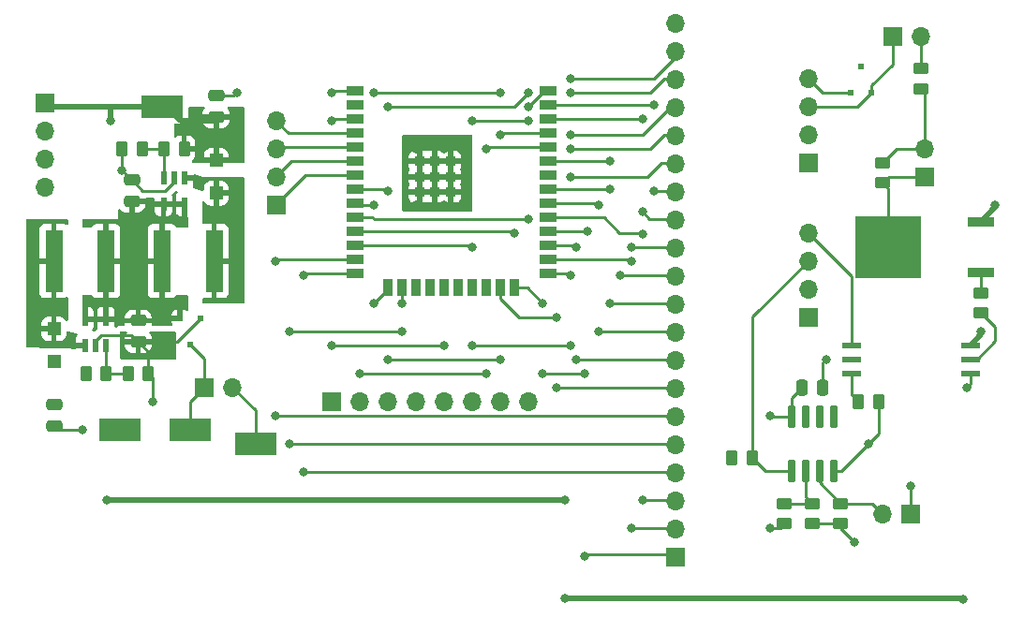
<source format=gbr>
%TF.GenerationSoftware,KiCad,Pcbnew,7.0.7*%
%TF.CreationDate,2023-09-28T17:42:14-05:00*%
%TF.ProjectId,CatLasers,4361744c-6173-4657-9273-2e6b69636164,rev?*%
%TF.SameCoordinates,Original*%
%TF.FileFunction,Copper,L1,Top*%
%TF.FilePolarity,Positive*%
%FSLAX46Y46*%
G04 Gerber Fmt 4.6, Leading zero omitted, Abs format (unit mm)*
G04 Created by KiCad (PCBNEW 7.0.7) date 2023-09-28 17:42:14*
%MOMM*%
%LPD*%
G01*
G04 APERTURE LIST*
G04 Aperture macros list*
%AMRoundRect*
0 Rectangle with rounded corners*
0 $1 Rounding radius*
0 $2 $3 $4 $5 $6 $7 $8 $9 X,Y pos of 4 corners*
0 Add a 4 corners polygon primitive as box body*
4,1,4,$2,$3,$4,$5,$6,$7,$8,$9,$2,$3,0*
0 Add four circle primitives for the rounded corners*
1,1,$1+$1,$2,$3*
1,1,$1+$1,$4,$5*
1,1,$1+$1,$6,$7*
1,1,$1+$1,$8,$9*
0 Add four rect primitives between the rounded corners*
20,1,$1+$1,$2,$3,$4,$5,0*
20,1,$1+$1,$4,$5,$6,$7,0*
20,1,$1+$1,$6,$7,$8,$9,0*
20,1,$1+$1,$8,$9,$2,$3,0*%
G04 Aperture macros list end*
%TA.AperFunction,SMDPad,CuDef*%
%ADD10R,1.500000X0.900000*%
%TD*%
%TA.AperFunction,SMDPad,CuDef*%
%ADD11R,0.900000X1.500000*%
%TD*%
%TA.AperFunction,SMDPad,CuDef*%
%ADD12R,0.900000X0.900000*%
%TD*%
%TA.AperFunction,SMDPad,CuDef*%
%ADD13R,1.701800X0.558800*%
%TD*%
%TA.AperFunction,ComponentPad*%
%ADD14R,1.700000X1.700000*%
%TD*%
%TA.AperFunction,ComponentPad*%
%ADD15O,1.700000X1.700000*%
%TD*%
%TA.AperFunction,SMDPad,CuDef*%
%ADD16R,3.800000X2.030000*%
%TD*%
%TA.AperFunction,SMDPad,CuDef*%
%ADD17RoundRect,0.183000X-0.427000X0.437000X-0.427000X-0.437000X0.427000X-0.437000X0.427000X0.437000X0*%
%TD*%
%TA.AperFunction,SMDPad,CuDef*%
%ADD18RoundRect,0.042000X0.258000X-0.943000X0.258000X0.943000X-0.258000X0.943000X-0.258000X-0.943000X0*%
%TD*%
%TA.AperFunction,SMDPad,CuDef*%
%ADD19R,2.413000X0.939800*%
%TD*%
%TA.AperFunction,SMDPad,CuDef*%
%ADD20R,6.019800X5.562600*%
%TD*%
%TA.AperFunction,SMDPad,CuDef*%
%ADD21RoundRect,0.041300X0.253700X-0.578700X0.253700X0.578700X-0.253700X0.578700X-0.253700X-0.578700X0*%
%TD*%
%TA.AperFunction,SMDPad,CuDef*%
%ADD22RoundRect,0.041300X-0.253700X0.578700X-0.253700X-0.578700X0.253700X-0.578700X0.253700X0.578700X0*%
%TD*%
%TA.AperFunction,SMDPad,CuDef*%
%ADD23RoundRect,0.250000X-0.450000X0.262500X-0.450000X-0.262500X0.450000X-0.262500X0.450000X0.262500X0*%
%TD*%
%TA.AperFunction,SMDPad,CuDef*%
%ADD24RoundRect,0.250000X0.450000X-0.262500X0.450000X0.262500X-0.450000X0.262500X-0.450000X-0.262500X0*%
%TD*%
%TA.AperFunction,SMDPad,CuDef*%
%ADD25RoundRect,0.250000X-0.262500X-0.450000X0.262500X-0.450000X0.262500X0.450000X-0.262500X0.450000X0*%
%TD*%
%TA.AperFunction,SMDPad,CuDef*%
%ADD26RoundRect,0.250000X0.262500X0.450000X-0.262500X0.450000X-0.262500X-0.450000X0.262500X-0.450000X0*%
%TD*%
%TA.AperFunction,SMDPad,CuDef*%
%ADD27R,0.508000X0.508000*%
%TD*%
%TA.AperFunction,SMDPad,CuDef*%
%ADD28R,1.600200X5.689600*%
%TD*%
%TA.AperFunction,SMDPad,CuDef*%
%ADD29RoundRect,0.250000X-0.250000X-0.475000X0.250000X-0.475000X0.250000X0.475000X-0.250000X0.475000X0*%
%TD*%
%TA.AperFunction,SMDPad,CuDef*%
%ADD30RoundRect,0.250000X0.475000X-0.250000X0.475000X0.250000X-0.475000X0.250000X-0.475000X-0.250000X0*%
%TD*%
%TA.AperFunction,ViaPad*%
%ADD31C,0.800000*%
%TD*%
%TA.AperFunction,Conductor*%
%ADD32C,0.500000*%
%TD*%
%TA.AperFunction,Conductor*%
%ADD33C,0.250000*%
%TD*%
G04 APERTURE END LIST*
D10*
%TO.P,U2,1,GND*%
%TO.N,GND*%
X76975000Y-29105000D03*
%TO.P,U2,2,3V3*%
%TO.N,3.3V*%
X76975000Y-30375000D03*
%TO.P,U2,3,EN*%
%TO.N,Net-(J2-Pin_5)*%
X76975000Y-31645000D03*
%TO.P,U2,4,SENSOR_VP*%
%TO.N,Net-(J3-Pin_4)*%
X76975000Y-32915000D03*
%TO.P,U2,5,SENSOR_VN*%
%TO.N,Net-(J3-Pin_3)*%
X76975000Y-34185000D03*
%TO.P,U2,6,IO34*%
%TO.N,Net-(J3-Pin_2)*%
X76975000Y-35455000D03*
%TO.P,U2,7,IO35*%
%TO.N,Net-(J3-Pin_1)*%
X76975000Y-36725000D03*
%TO.P,U2,8,IO32*%
%TO.N,Net-(J5-Pin_18)*%
X76975000Y-37995000D03*
%TO.P,U2,9,IO33*%
%TO.N,Net-(J5-Pin_19)*%
X76975000Y-39265000D03*
%TO.P,U2,10,IO25*%
%TO.N,Net-(J5-Pin_15)*%
X76975000Y-40535000D03*
%TO.P,U2,11,IO26*%
%TO.N,Net-(J5-Pin_16)*%
X76975000Y-41805000D03*
%TO.P,U2,12,IO27*%
%TO.N,Net-(J5-Pin_17)*%
X76975000Y-43075000D03*
%TO.P,U2,13,IO14*%
%TO.N,Net-(J5-Pin_6)*%
X76975000Y-44345000D03*
%TO.P,U2,14,IO12*%
%TO.N,Net-(J5-Pin_4)*%
X76975000Y-45615000D03*
D11*
%TO.P,U2,15,GND*%
%TO.N,GND*%
X80010000Y-46865000D03*
%TO.P,U2,16,IO13*%
%TO.N,Net-(J5-Pin_5)*%
X81280000Y-46865000D03*
%TO.P,U2,17,NC*%
%TO.N,unconnected-(U2-NC-Pad17)*%
X82550000Y-46865000D03*
%TO.P,U2,18,NC*%
%TO.N,unconnected-(U2-NC-Pad18)*%
X83820000Y-46865000D03*
%TO.P,U2,19,NC*%
%TO.N,unconnected-(U2-NC-Pad19)*%
X85090000Y-46865000D03*
%TO.P,U2,20,NC*%
%TO.N,unconnected-(U2-NC-Pad20)*%
X86360000Y-46865000D03*
%TO.P,U2,21,NC*%
%TO.N,unconnected-(U2-NC-Pad21)*%
X87630000Y-46865000D03*
%TO.P,U2,22,NC*%
%TO.N,unconnected-(U2-NC-Pad22)*%
X88900000Y-46865000D03*
%TO.P,U2,23,IO15*%
%TO.N,Net-(J5-Pin_7)*%
X90170000Y-46865000D03*
%TO.P,U2,24,IO2*%
%TO.N,Net-(J5-Pin_1)*%
X91440000Y-46865000D03*
D10*
%TO.P,U2,25,IO0*%
%TO.N,Net-(J2-Pin_6)*%
X94475000Y-45615000D03*
%TO.P,U2,26,IO4*%
%TO.N,Net-(J5-Pin_2)*%
X94475000Y-44345000D03*
%TO.P,U2,27,IO16*%
%TO.N,Net-(J5-Pin_8)*%
X94475000Y-43075000D03*
%TO.P,U2,28,IO17*%
%TO.N,Net-(J5-Pin_9)*%
X94475000Y-41805000D03*
%TO.P,U2,29,IO5*%
%TO.N,Net-(J5-Pin_3)*%
X94475000Y-40535000D03*
%TO.P,U2,30,IO18*%
%TO.N,Net-(J5-Pin_10)*%
X94475000Y-39265000D03*
%TO.P,U2,31,IO19*%
%TO.N,Net-(J5-Pin_11)*%
X94475000Y-37995000D03*
%TO.P,U2,32,NC1*%
%TO.N,unconnected-(U2-NC1-Pad32)*%
X94475000Y-36725000D03*
%TO.P,U2,33,IO21*%
%TO.N,Net-(J5-Pin_12)*%
X94475000Y-35455000D03*
%TO.P,U2,34,RXD0*%
%TO.N,Net-(J2-Pin_2)*%
X94475000Y-34185000D03*
%TO.P,U2,35,TXD0*%
%TO.N,Net-(J2-Pin_3)*%
X94475000Y-32915000D03*
%TO.P,U2,36,IO22*%
%TO.N,Net-(J5-Pin_13)*%
X94475000Y-31645000D03*
%TO.P,U2,37,IO23*%
%TO.N,Net-(J5-Pin_14)*%
X94475000Y-30375000D03*
%TO.P,U2,38,GND*%
%TO.N,GND*%
X94475000Y-29105000D03*
D12*
%TO.P,U2,39_1,GND*%
X82825000Y-35425000D03*
%TO.P,U2,39_2,GND*%
X84225000Y-35425000D03*
%TO.P,U2,39_3,GND*%
X85625000Y-35425000D03*
%TO.P,U2,39_4,GND*%
X82825000Y-36825000D03*
%TO.P,U2,39_5,GND*%
X84225000Y-36825000D03*
%TO.P,U2,39_6,GND*%
X85625000Y-36825000D03*
%TO.P,U2,39_7,GND*%
X82825000Y-38225000D03*
%TO.P,U2,39_8,GND*%
X84225000Y-38225000D03*
%TO.P,U2,39_9,GND*%
X85625000Y-38225000D03*
%TD*%
D13*
%TO.P,U4,1,ANODE*%
%TO.N,/Buzzer/PWM*%
X121855200Y-52070000D03*
%TO.P,U4,2,NC*%
%TO.N,unconnected-(U4-NC-Pad2)*%
X121855200Y-53340000D03*
%TO.P,U4,3,CATHODE*%
%TO.N,Net-(U4-CATHODE)*%
X121855200Y-54610000D03*
%TO.P,U4,4,VEE*%
%TO.N,GND*%
X132624800Y-54610000D03*
%TO.P,U4,5,VOUT*%
%TO.N,Net-(U4-VOUT)*%
X132624800Y-53340000D03*
%TO.P,U4,6,VCC*%
%TO.N,18V*%
X132624800Y-52070000D03*
%TD*%
D14*
%TO.P,J9,1,Pin_1*%
%TO.N,unconnected-(J9-Pin_1-Pad1)*%
X117957500Y-49525000D03*
D15*
%TO.P,J9,2,Pin_2*%
%TO.N,unconnected-(J9-Pin_2-Pad2)*%
X117957500Y-46985000D03*
%TO.P,J9,3,Pin_3*%
%TO.N,/IR Emitter + Receiver/Rec_out*%
X117957500Y-44445000D03*
%TO.P,J9,4,Pin_4*%
%TO.N,/Buzzer/PWM*%
X117957500Y-41905000D03*
%TD*%
D16*
%TO.P,VBatt,TP*%
%TO.N,/PowerSupply/VBatt*%
X62110500Y-59690000D03*
%TD*%
%TO.P,3.3V,TP,1*%
%TO.N,3.3V*%
X55760500Y-59690000D03*
%TD*%
%TO.P,GND,TP,1*%
%TO.N,GND*%
X68000000Y-61000000D03*
%TD*%
%TO.P,18V,TP,1*%
%TO.N,18V*%
X59570500Y-30480000D03*
%TD*%
D17*
%TO.P,D2,2,A*%
%TO.N,/PowerSupply/SW_3.3*%
X49791500Y-50580000D03*
%TO.P,D2,1,K*%
%TO.N,3.3V*%
X49791500Y-53560000D03*
%TD*%
%TO.P,D1,1,A*%
%TO.N,/PowerSupply/SW_18*%
X64460000Y-38320000D03*
%TO.P,D1,2,C*%
%TO.N,18V*%
X64460000Y-35340000D03*
%TD*%
D18*
%TO.P,U6,1,1OUT*%
%TO.N,/IR Emitter + Receiver/Rec_out*%
X116445000Y-63430000D03*
%TO.P,U6,2,1IN-*%
%TO.N,/IR Emitter + Receiver/Vref*%
X117715000Y-63430000D03*
%TO.P,U6,3,1IN+*%
%TO.N,/IR Emitter + Receiver/Vrec*%
X118985000Y-63430000D03*
%TO.P,U6,4,GND*%
%TO.N,GND*%
X120255000Y-63430000D03*
%TO.P,U6,5,2IN+*%
%TO.N,unconnected-(U6-2IN+-Pad5)*%
X120255000Y-58490000D03*
%TO.P,U6,6,2IN-*%
%TO.N,unconnected-(U6-2IN--Pad6)*%
X118985000Y-58490000D03*
%TO.P,U6,7,2OUT*%
%TO.N,unconnected-(U6-2OUT-Pad7)*%
X117715000Y-58490000D03*
%TO.P,U6,8,VCC*%
%TO.N,/IR Emitter + Receiver/Vsup*%
X116445000Y-58490000D03*
%TD*%
D19*
%TO.P,U5,1,Gate*%
%TO.N,Net-(U5-Gate)*%
X133577300Y-45480000D03*
%TO.P,U5,3,Source*%
%TO.N,18V*%
X133577300Y-40880000D03*
D20*
%TO.P,U5,2,Drain*%
%TO.N,Net-(J1-Pin_1)*%
X125220700Y-43180000D03*
%TD*%
D21*
%TO.P,U3,5,VIN*%
%TO.N,/PowerSupply/Vin*%
X52590500Y-49700000D03*
%TO.P,U3,4,EN*%
X54490500Y-49700000D03*
%TO.P,U3,3,FB*%
%TO.N,/PowerSupply/FB_3.3*%
X54490500Y-52070000D03*
%TO.P,U3,2,GND*%
%TO.N,GND*%
X53540500Y-52070000D03*
%TO.P,U3,1,SW*%
%TO.N,/PowerSupply/SW_3.3*%
X52590500Y-52070000D03*
%TD*%
D22*
%TO.P,U1,1,SW*%
%TO.N,/PowerSupply/SW_18*%
X61600000Y-36915000D03*
%TO.P,U1,2,GND*%
%TO.N,GND*%
X60650000Y-36915000D03*
%TO.P,U1,3,FB*%
%TO.N,/PowerSupply/FB_18*%
X59700000Y-36915000D03*
%TO.P,U1,4,EN*%
%TO.N,/PowerSupply/Vin*%
X59700000Y-39285000D03*
%TO.P,U1,5,VIN*%
X61600000Y-39285000D03*
%TD*%
D23*
%TO.P,R12,1*%
%TO.N,/IR Emitter + Receiver/Vref*%
X118350000Y-66397500D03*
%TO.P,R12,2*%
%TO.N,GND*%
X118350000Y-68222500D03*
%TD*%
D24*
%TO.P,R11,1*%
%TO.N,/IR Emitter + Receiver/Vsup*%
X115810000Y-68222500D03*
%TO.P,R11,2*%
%TO.N,/IR Emitter + Receiver/Vref*%
X115810000Y-66397500D03*
%TD*%
D25*
%TO.P,R10,1*%
%TO.N,3.3V*%
X111087500Y-62230000D03*
%TO.P,R10,2*%
%TO.N,/IR Emitter + Receiver/Rec_out*%
X112912500Y-62230000D03*
%TD*%
D23*
%TO.P,R9,1*%
%TO.N,/IR Emitter + Receiver/Vrec*%
X120890000Y-66397500D03*
%TO.P,R9,2*%
%TO.N,GND*%
X120890000Y-68222500D03*
%TD*%
%TO.P,R8,1*%
%TO.N,Net-(J6-Pin_2)*%
X128117500Y-27032500D03*
%TO.P,R8,2*%
%TO.N,GND*%
X128117500Y-28857500D03*
%TD*%
D25*
%TO.P,R7,1*%
%TO.N,Net-(U4-CATHODE)*%
X122517500Y-57150000D03*
%TO.P,R7,2*%
%TO.N,GND*%
X124342500Y-57150000D03*
%TD*%
D24*
%TO.P,R6,1*%
%TO.N,Net-(U4-VOUT)*%
X133590000Y-49172500D03*
%TO.P,R6,2*%
%TO.N,Net-(U5-Gate)*%
X133590000Y-47347500D03*
%TD*%
%TO.P,R5,1*%
%TO.N,Net-(J1-Pin_1)*%
X124700000Y-37385000D03*
%TO.P,R5,2*%
%TO.N,GND*%
X124700000Y-35560000D03*
%TD*%
D26*
%TO.P,R4,2*%
%TO.N,/PowerSupply/FB_3.3*%
X56499000Y-54610000D03*
%TO.P,R4,1*%
%TO.N,GND*%
X58324000Y-54610000D03*
%TD*%
%TO.P,R3,1*%
%TO.N,/PowerSupply/FB_18*%
X57752500Y-34290000D03*
%TO.P,R3,2*%
%TO.N,GND*%
X55927500Y-34290000D03*
%TD*%
%TO.P,R2,1*%
%TO.N,18V*%
X61562500Y-34290000D03*
%TO.P,R2,2*%
%TO.N,/PowerSupply/FB_18*%
X59737500Y-34290000D03*
%TD*%
%TO.P,R1,2*%
%TO.N,3.3V*%
X52689000Y-54610000D03*
%TO.P,R1,1*%
%TO.N,/PowerSupply/FB_3.3*%
X54514000Y-54610000D03*
%TD*%
D27*
%TO.P,FET2,1,1*%
%TO.N,GND*%
X63060501Y-49606200D03*
%TO.P,FET2,2,2*%
%TO.N,/PowerSupply/Vin*%
X61160499Y-49606200D03*
%TO.P,FET2,3,3*%
%TO.N,/PowerSupply/VBatt*%
X62110500Y-51993800D03*
%TD*%
%TO.P,FET1,1,1*%
%TO.N,/IR Emitter + Receiver/Emit_MOS*%
X121767500Y-29215000D03*
%TO.P,FET1,2,2*%
%TO.N,/IR Emitter + Receiver/Emit_Direct*%
X123667502Y-29215000D03*
%TO.P,FET1,3,3*%
%TO.N,3.3V*%
X122717501Y-26827400D03*
%TD*%
D28*
%TO.P,L2,1,1*%
%TO.N,/PowerSupply/Vin*%
X54490500Y-44450000D03*
%TO.P,L2,2,2*%
%TO.N,/PowerSupply/SW_3.3*%
X49791500Y-44450000D03*
%TD*%
%TO.P,L1,2,2*%
%TO.N,/PowerSupply/SW_18*%
X64269500Y-44450000D03*
%TO.P,L1,1,1*%
%TO.N,/PowerSupply/Vin*%
X59570500Y-44450000D03*
%TD*%
D15*
%TO.P,J8,2,Pin_2*%
%TO.N,/IR Emitter + Receiver/Vrec*%
X124700000Y-67310000D03*
D14*
%TO.P,J8,1,Pin_1*%
%TO.N,/IR Emitter + Receiver/RecSup*%
X127240000Y-67310000D03*
%TD*%
%TO.P,J7,1,Pin_1*%
%TO.N,18V*%
X49000000Y-30200000D03*
D15*
%TO.P,J7,2,Pin_2*%
%TO.N,3.3V*%
X49000000Y-32740000D03*
%TO.P,J7,3,Pin_3*%
%TO.N,GND*%
X49000000Y-35280000D03*
%TO.P,J7,4,Pin_4*%
X49000000Y-37820000D03*
%TD*%
D14*
%TO.P,J6,1,Pin_1*%
%TO.N,/IR Emitter + Receiver/Emit_Direct*%
X125577500Y-24135000D03*
D15*
%TO.P,J6,2,Pin_2*%
%TO.N,Net-(J6-Pin_2)*%
X128117500Y-24135000D03*
%TD*%
%TO.P,J5,20,Pin_20*%
%TO.N,GND*%
X106000000Y-22980000D03*
%TO.P,J5,19,Pin_19*%
%TO.N,Net-(J5-Pin_19)*%
X106000000Y-25520000D03*
%TO.P,J5,18,Pin_18*%
%TO.N,Net-(J5-Pin_18)*%
X106000000Y-28060000D03*
%TO.P,J5,17,Pin_17*%
%TO.N,Net-(J5-Pin_17)*%
X106000000Y-30600000D03*
%TO.P,J5,16,Pin_16*%
%TO.N,Net-(J5-Pin_16)*%
X106000000Y-33140000D03*
%TO.P,J5,15,Pin_15*%
%TO.N,Net-(J5-Pin_15)*%
X106000000Y-35680000D03*
%TO.P,J5,14,Pin_14*%
%TO.N,Net-(J5-Pin_14)*%
X106000000Y-38220000D03*
%TO.P,J5,13,Pin_13*%
%TO.N,Net-(J5-Pin_13)*%
X106000000Y-40760000D03*
%TO.P,J5,12,Pin_12*%
%TO.N,Net-(J5-Pin_12)*%
X106000000Y-43300000D03*
%TO.P,J5,11,Pin_11*%
%TO.N,Net-(J5-Pin_11)*%
X106000000Y-45840000D03*
%TO.P,J5,10,Pin_10*%
%TO.N,Net-(J5-Pin_10)*%
X106000000Y-48380000D03*
%TO.P,J5,9,Pin_9*%
%TO.N,Net-(J5-Pin_9)*%
X106000000Y-50920000D03*
%TO.P,J5,8,Pin_8*%
%TO.N,Net-(J5-Pin_8)*%
X106000000Y-53460000D03*
%TO.P,J5,7,Pin_7*%
%TO.N,Net-(J5-Pin_7)*%
X106000000Y-56000000D03*
%TO.P,J5,6,Pin_6*%
%TO.N,Net-(J5-Pin_6)*%
X106000000Y-58540000D03*
%TO.P,J5,5,Pin_5*%
%TO.N,Net-(J5-Pin_5)*%
X106000000Y-61080000D03*
%TO.P,J5,4,Pin_4*%
%TO.N,Net-(J5-Pin_4)*%
X106000000Y-63620000D03*
%TO.P,J5,3,Pin_3*%
%TO.N,Net-(J5-Pin_3)*%
X106000000Y-66160000D03*
%TO.P,J5,2,Pin_2*%
%TO.N,Net-(J5-Pin_2)*%
X106000000Y-68700000D03*
D14*
%TO.P,J5,1,Pin_1*%
%TO.N,Net-(J5-Pin_1)*%
X106000000Y-71240000D03*
%TD*%
%TO.P,J4,1,Pin_1*%
%TO.N,/IR Emitter + Receiver/Vsup*%
X117957500Y-35555000D03*
D15*
%TO.P,J4,2,Pin_2*%
%TO.N,/IR Emitter + Receiver/RecSup*%
X117957500Y-33015000D03*
%TO.P,J4,3,Pin_3*%
%TO.N,/IR Emitter + Receiver/Emit_Direct*%
X117957500Y-30475000D03*
%TO.P,J4,4,Pin_4*%
%TO.N,/IR Emitter + Receiver/Emit_MOS*%
X117957500Y-27935000D03*
%TD*%
D14*
%TO.P,J3,1,Pin_1*%
%TO.N,Net-(J3-Pin_1)*%
X69921500Y-39360000D03*
D15*
%TO.P,J3,2,Pin_2*%
%TO.N,Net-(J3-Pin_2)*%
X69921500Y-36820000D03*
%TO.P,J3,3,Pin_3*%
%TO.N,Net-(J3-Pin_3)*%
X69921500Y-34280000D03*
%TO.P,J3,4,Pin_4*%
%TO.N,Net-(J3-Pin_4)*%
X69921500Y-31740000D03*
%TD*%
D14*
%TO.P,J2,1,Pin_1*%
%TO.N,3.3V*%
X74930000Y-57150000D03*
D15*
%TO.P,J2,2,Pin_2*%
%TO.N,Net-(J2-Pin_2)*%
X77470000Y-57150000D03*
%TO.P,J2,3,Pin_3*%
%TO.N,Net-(J2-Pin_3)*%
X80010000Y-57150000D03*
%TO.P,J2,4,Pin_4*%
%TO.N,GND*%
X82550000Y-57150000D03*
%TO.P,J2,5,Pin_5*%
%TO.N,Net-(J2-Pin_5)*%
X85090000Y-57150000D03*
%TO.P,J2,6,Pin_6*%
%TO.N,Net-(J2-Pin_6)*%
X87630000Y-57150000D03*
%TO.P,J2,7,Pin_7*%
%TO.N,unconnected-(J2-Pin_7-Pad7)*%
X90170000Y-57150000D03*
%TO.P,J2,8,Pin_8*%
%TO.N,unconnected-(J2-Pin_8-Pad8)*%
X92710000Y-57150000D03*
%TD*%
D14*
%TO.P,J1,1,Pin_1*%
%TO.N,Net-(J1-Pin_1)*%
X128510000Y-36830000D03*
D15*
%TO.P,J1,2,Pin_2*%
%TO.N,GND*%
X128510000Y-34290000D03*
%TD*%
D29*
%TO.P,C5,1*%
%TO.N,/IR Emitter + Receiver/Vsup*%
X117400000Y-55880000D03*
%TO.P,C5,2*%
%TO.N,GND*%
X119300000Y-55880000D03*
%TD*%
D30*
%TO.P,C4,2*%
%TO.N,3.3V*%
X49791500Y-57470000D03*
%TO.P,C4,1*%
%TO.N,GND*%
X49791500Y-59370000D03*
%TD*%
%TO.P,C3,2*%
%TO.N,/PowerSupply/Vin*%
X57411500Y-49850000D03*
%TO.P,C3,1*%
%TO.N,GND*%
X57411500Y-51750000D03*
%TD*%
%TO.P,C2,1*%
%TO.N,18V*%
X64460000Y-31430000D03*
%TO.P,C2,2*%
%TO.N,GND*%
X64460000Y-29530000D03*
%TD*%
%TO.P,C1,2*%
%TO.N,GND*%
X56840000Y-37150000D03*
%TO.P,C1,1*%
%TO.N,/PowerSupply/Vin*%
X56840000Y-39050000D03*
%TD*%
D15*
%TO.P,BT1,2,-*%
%TO.N,GND*%
X65920500Y-55880000D03*
D14*
%TO.P,BT1,1,+*%
%TO.N,/PowerSupply/VBatt*%
X63380500Y-55880000D03*
%TD*%
D31*
%TO.N,GND*%
X85090000Y-39370000D03*
X82550000Y-39370000D03*
X85090000Y-34290000D03*
X82550000Y-34290000D03*
X122160000Y-69850000D03*
%TO.N,18V*%
X133590000Y-50800000D03*
X132000000Y-75000000D03*
X96000000Y-74930000D03*
X134860000Y-39370000D03*
X96000000Y-66040000D03*
X54871500Y-31750000D03*
X54610000Y-66040000D03*
%TO.N,GND*%
X119620000Y-53340000D03*
X132320000Y-55880000D03*
X123430000Y-60960000D03*
%TO.N,/IR Emitter + Receiver/Vsup*%
X114540000Y-68580000D03*
X114540000Y-58420000D03*
%TO.N,GND*%
X55927500Y-36237500D03*
X66301500Y-29210000D03*
X58681500Y-57150000D03*
X52331500Y-59690000D03*
X92710000Y-30480000D03*
X78740000Y-48260000D03*
X74930000Y-29210000D03*
%TO.N,/IR Emitter + Receiver/RecSup*%
X127240000Y-64770000D03*
%TO.N,Net-(J5-Pin_19)*%
X78740000Y-39370000D03*
X78740000Y-29210000D03*
X90170000Y-29210000D03*
X96520000Y-27940000D03*
%TO.N,Net-(J5-Pin_18)*%
X80010000Y-38100000D03*
X80010000Y-30480000D03*
X92710000Y-29210000D03*
X96520000Y-29210000D03*
%TO.N,Net-(J5-Pin_17)*%
X87630000Y-43180000D03*
X87630000Y-31750000D03*
X92710000Y-31750000D03*
X96520000Y-33020000D03*
%TO.N,Net-(J5-Pin_16)*%
X91440000Y-41910000D03*
X96520000Y-34290000D03*
%TO.N,Net-(J5-Pin_15)*%
X92710000Y-40640000D03*
X96520000Y-36830000D03*
%TO.N,Net-(J5-Pin_1)*%
X97790000Y-71120000D03*
X97790000Y-54610000D03*
X93980000Y-48260000D03*
X93980000Y-54610000D03*
%TO.N,Net-(J5-Pin_7)*%
X95250000Y-49530000D03*
X95250000Y-55880000D03*
%TO.N,Net-(J5-Pin_6)*%
X69850000Y-44450000D03*
X69850000Y-58420000D03*
%TO.N,Net-(J5-Pin_5)*%
X71120000Y-50800000D03*
X81280000Y-50800000D03*
X81280000Y-48260000D03*
X71125000Y-60955000D03*
%TO.N,Net-(J5-Pin_4)*%
X72390000Y-63500000D03*
X72390000Y-45720000D03*
%TO.N,Net-(J2-Pin_6)*%
X96520000Y-52070000D03*
X96520000Y-45720000D03*
X87630000Y-52070000D03*
%TO.N,Net-(J2-Pin_2)*%
X77470000Y-54610000D03*
X88900000Y-54610000D03*
X88900000Y-34290000D03*
%TO.N,Net-(J2-Pin_3)*%
X80010000Y-53340000D03*
X90170000Y-53340000D03*
X90170000Y-33020000D03*
%TO.N,Net-(J2-Pin_5)*%
X85090000Y-52070000D03*
X74930000Y-52070000D03*
X74930000Y-31750000D03*
%TO.N,Net-(J5-Pin_2)*%
X102000000Y-68575000D03*
X102000000Y-44445000D03*
%TO.N,Net-(J5-Pin_3)*%
X103000000Y-66035000D03*
X103000000Y-42000000D03*
%TO.N,Net-(J5-Pin_8)*%
X97000000Y-53335000D03*
X97000000Y-43175000D03*
%TO.N,Net-(J5-Pin_9)*%
X99000000Y-50795000D03*
X98000000Y-41805000D03*
%TO.N,Net-(J5-Pin_10)*%
X100000000Y-48255000D03*
X99000000Y-39365000D03*
%TO.N,Net-(J5-Pin_11)*%
X100000000Y-37995000D03*
X101000000Y-45715000D03*
%TO.N,Net-(J5-Pin_12)*%
X102000000Y-43175000D03*
X100000000Y-35455000D03*
%TO.N,Net-(J5-Pin_13)*%
X103000000Y-40000000D03*
X103000000Y-31645000D03*
%TO.N,Net-(J5-Pin_14)*%
X104000000Y-30375000D03*
X104000000Y-38095000D03*
%TO.N,GND*%
X59243768Y-52645694D03*
%TD*%
D32*
%TO.N,18V*%
X54610000Y-66040000D02*
X96000000Y-66040000D01*
X49280000Y-30480000D02*
X54871500Y-30480000D01*
X49000000Y-30200000D02*
X49280000Y-30480000D01*
D33*
%TO.N,GND*%
X68000000Y-57959500D02*
X65920500Y-55880000D01*
X68000000Y-61000000D02*
X68000000Y-57959500D01*
D32*
%TO.N,18V*%
X96000000Y-74930000D02*
X131930000Y-74930000D01*
X131930000Y-74930000D02*
X132000000Y-75000000D01*
D33*
%TO.N,Net-(J5-Pin_1)*%
X97910000Y-71000000D02*
X106000000Y-71000000D01*
X97790000Y-71120000D02*
X97910000Y-71000000D01*
%TO.N,Net-(J5-Pin_2)*%
X102000000Y-68575000D02*
X106000000Y-68575000D01*
%TO.N,Net-(J5-Pin_3)*%
X105965000Y-66035000D02*
X106000000Y-66000000D01*
X103000000Y-66035000D02*
X105965000Y-66035000D01*
%TO.N,Net-(J5-Pin_4)*%
X72395000Y-63495000D02*
X72390000Y-63500000D01*
X106000000Y-63495000D02*
X72395000Y-63495000D01*
%TO.N,Net-(J5-Pin_5)*%
X106000000Y-60955000D02*
X71125000Y-60955000D01*
%TO.N,Net-(J5-Pin_6)*%
X69855000Y-58415000D02*
X69850000Y-58420000D01*
X106000000Y-58415000D02*
X69855000Y-58415000D01*
%TO.N,Net-(J5-Pin_7)*%
X95255000Y-55875000D02*
X95250000Y-55880000D01*
X106000000Y-55875000D02*
X95255000Y-55875000D01*
%TO.N,Net-(J5-Pin_8)*%
X97000000Y-53335000D02*
X106000000Y-53335000D01*
%TO.N,Net-(J5-Pin_9)*%
X99000000Y-50795000D02*
X106000000Y-50795000D01*
%TO.N,Net-(J5-Pin_10)*%
X105745000Y-48255000D02*
X106000000Y-48000000D01*
X100000000Y-48255000D02*
X105745000Y-48255000D01*
%TO.N,Net-(J5-Pin_11)*%
X101000000Y-45715000D02*
X106000000Y-45715000D01*
%TO.N,Net-(J5-Pin_12)*%
X105825000Y-43175000D02*
X106000000Y-43000000D01*
X102000000Y-43175000D02*
X105825000Y-43175000D01*
%TO.N,Net-(J5-Pin_13)*%
X103000000Y-40000000D02*
X103635000Y-40635000D01*
X103635000Y-40635000D02*
X106000000Y-40635000D01*
%TO.N,Net-(J5-Pin_14)*%
X105905000Y-38095000D02*
X106000000Y-38000000D01*
X104000000Y-38095000D02*
X105905000Y-38095000D01*
%TO.N,Net-(J5-Pin_15)*%
X103388750Y-36830000D02*
X96520000Y-36830000D01*
X104663750Y-35555000D02*
X103388750Y-36830000D01*
X106000000Y-35555000D02*
X104663750Y-35555000D01*
%TO.N,Net-(J5-Pin_16)*%
X103658750Y-34290000D02*
X96520000Y-34290000D01*
X104933750Y-33015000D02*
X103658750Y-34290000D01*
X106000000Y-33015000D02*
X104933750Y-33015000D01*
%TO.N,Net-(J5-Pin_19)*%
X104000000Y-28000000D02*
X103940000Y-27940000D01*
X103940000Y-27940000D02*
X96520000Y-27940000D01*
X106000000Y-26000000D02*
X104000000Y-28000000D01*
X106000000Y-25395000D02*
X106000000Y-26000000D01*
%TO.N,Net-(J5-Pin_18)*%
X103698750Y-29210000D02*
X96520000Y-29210000D01*
X104973750Y-27935000D02*
X103698750Y-29210000D01*
X106000000Y-27935000D02*
X104973750Y-27935000D01*
%TO.N,Net-(J5-Pin_17)*%
X102980000Y-33020000D02*
X96520000Y-33020000D01*
X105525000Y-30475000D02*
X102980000Y-33020000D01*
X106000000Y-30475000D02*
X105525000Y-30475000D01*
%TO.N,Net-(J5-Pin_3)*%
X99535000Y-40535000D02*
X94475000Y-40535000D01*
X103000000Y-42000000D02*
X102905000Y-41905000D01*
X102905000Y-41905000D02*
X100905000Y-41905000D01*
X100905000Y-41905000D02*
X99535000Y-40535000D01*
%TO.N,Net-(J5-Pin_2)*%
X101900000Y-44345000D02*
X94475000Y-44345000D01*
X102000000Y-44445000D02*
X101900000Y-44345000D01*
%TO.N,Net-(J5-Pin_14)*%
X104000000Y-30375000D02*
X94475000Y-30375000D01*
%TO.N,Net-(J5-Pin_13)*%
X103000000Y-31645000D02*
X94475000Y-31645000D01*
%TO.N,Net-(J5-Pin_12)*%
X100000000Y-35455000D02*
X94475000Y-35455000D01*
%TO.N,Net-(J5-Pin_11)*%
X94475000Y-37995000D02*
X100000000Y-37995000D01*
%TO.N,Net-(J5-Pin_10)*%
X98900000Y-39265000D02*
X94475000Y-39265000D01*
X99000000Y-39365000D02*
X98900000Y-39265000D01*
%TO.N,Net-(J5-Pin_9)*%
X98000000Y-41805000D02*
X94475000Y-41805000D01*
%TO.N,Net-(J5-Pin_8)*%
X97000000Y-43175000D02*
X96900000Y-43075000D01*
X96900000Y-43075000D02*
X94475000Y-43075000D01*
D32*
%TO.N,18V*%
X64140000Y-31750000D02*
X64460000Y-31430000D01*
X61221500Y-31750000D02*
X64140000Y-31750000D01*
X59951500Y-30480000D02*
X61221500Y-31750000D01*
X59570500Y-30480000D02*
X59951500Y-30480000D01*
D33*
%TO.N,GND*%
X120890000Y-68580000D02*
X122160000Y-69850000D01*
X120890000Y-68222500D02*
X120890000Y-68580000D01*
X118350000Y-68222500D02*
X120890000Y-68222500D01*
%TO.N,Net-(J6-Pin_2)*%
X128117500Y-24135000D02*
X128117500Y-27032500D01*
%TO.N,GND*%
X128510000Y-29250000D02*
X128510000Y-34290000D01*
X128117500Y-28857500D02*
X128510000Y-29250000D01*
D32*
%TO.N,18V*%
X133590000Y-50800000D02*
X133590000Y-51104800D01*
X133590000Y-51104800D02*
X132624800Y-52070000D01*
X134860000Y-39597300D02*
X133577300Y-40880000D01*
X54871500Y-30480000D02*
X54871500Y-31750000D01*
X54871500Y-30480000D02*
X59570500Y-30480000D01*
X134860000Y-39370000D02*
X134860000Y-39597300D01*
D33*
%TO.N,GND*%
X119300000Y-53660000D02*
X119620000Y-53340000D01*
X119300000Y-55880000D02*
X119300000Y-53660000D01*
%TO.N,Net-(U4-CATHODE)*%
X121855200Y-56487700D02*
X122517500Y-57150000D01*
X121855200Y-54610000D02*
X121855200Y-56487700D01*
%TO.N,GND*%
X132624800Y-55575200D02*
X132320000Y-55880000D01*
X132624800Y-54610000D02*
X132624800Y-55575200D01*
X124342500Y-60047500D02*
X123430000Y-60960000D01*
X124342500Y-57150000D02*
X124342500Y-60047500D01*
X120960000Y-63430000D02*
X123430000Y-60960000D01*
X120255000Y-63430000D02*
X120960000Y-63430000D01*
%TO.N,Net-(J1-Pin_1)*%
X124700000Y-37385000D02*
X125255000Y-36830000D01*
X125255000Y-36830000D02*
X128510000Y-36830000D01*
X125220700Y-37905700D02*
X124700000Y-37385000D01*
X125220700Y-43180000D02*
X125220700Y-37905700D01*
%TO.N,GND*%
X124700000Y-35560000D02*
X125970000Y-34290000D01*
X125970000Y-34290000D02*
X128510000Y-34290000D01*
%TO.N,/IR Emitter + Receiver/Vsup*%
X116445000Y-58490000D02*
X116445000Y-56835000D01*
X116445000Y-56835000D02*
X117400000Y-55880000D01*
X115452500Y-68580000D02*
X115810000Y-68222500D01*
X114540000Y-68580000D02*
X115452500Y-68580000D01*
X114610000Y-58490000D02*
X114540000Y-58420000D01*
X116445000Y-58490000D02*
X114610000Y-58490000D01*
%TO.N,GND*%
X65981500Y-29530000D02*
X66301500Y-29210000D01*
X64460000Y-29530000D02*
X65981500Y-29530000D01*
X56840000Y-37150000D02*
X55927500Y-36237500D01*
X55927500Y-36237500D02*
X55927500Y-34290000D01*
X59865426Y-38100000D02*
X57790000Y-38100000D01*
X57790000Y-38100000D02*
X56840000Y-37150000D01*
X60650000Y-37315426D02*
X59865426Y-38100000D01*
X60650000Y-36915000D02*
X60650000Y-37315426D01*
X58681500Y-54967500D02*
X58681500Y-57150000D01*
X58324000Y-54610000D02*
X58681500Y-54967500D01*
X50111500Y-59690000D02*
X52331500Y-59690000D01*
X49791500Y-59370000D02*
X50111500Y-59690000D01*
%TO.N,/PowerSupply/VBatt*%
X62110500Y-59690000D02*
X62110500Y-57150000D01*
X62110500Y-57150000D02*
X63380500Y-55880000D01*
%TO.N,GND*%
X94085000Y-29105000D02*
X92710000Y-30480000D01*
X94475000Y-29105000D02*
X94085000Y-29105000D01*
X80010000Y-46990000D02*
X78740000Y-48260000D01*
X80010000Y-46865000D02*
X80010000Y-46990000D01*
X75035000Y-29105000D02*
X74930000Y-29210000D01*
X76975000Y-29105000D02*
X75035000Y-29105000D01*
%TO.N,/IR Emitter + Receiver/RecSup*%
X127240000Y-67310000D02*
X127240000Y-64770000D01*
%TO.N,/IR Emitter + Receiver/Vrec*%
X123787500Y-66397500D02*
X120890000Y-66397500D01*
X124700000Y-67310000D02*
X123787500Y-66397500D01*
%TO.N,/IR Emitter + Receiver/Rec_out*%
X112912500Y-49490000D02*
X117957500Y-44445000D01*
X112912500Y-62230000D02*
X112912500Y-49490000D01*
X114112500Y-63430000D02*
X112912500Y-62230000D01*
X116445000Y-63430000D02*
X114112500Y-63430000D01*
%TO.N,/IR Emitter + Receiver/Vref*%
X115810000Y-66397500D02*
X118350000Y-66397500D01*
X117715000Y-65762500D02*
X117715000Y-63430000D01*
X118350000Y-66397500D02*
X117715000Y-65762500D01*
%TO.N,/IR Emitter + Receiver/Vrec*%
X118985000Y-64492500D02*
X118985000Y-63430000D01*
X120890000Y-66397500D02*
X118985000Y-64492500D01*
%TO.N,/Buzzer/PWM*%
X117957500Y-41905000D02*
X121855200Y-45802700D01*
X121855200Y-45802700D02*
X121855200Y-52070000D01*
%TO.N,Net-(U4-VOUT)*%
X134860000Y-50442500D02*
X133590000Y-49172500D01*
X134860000Y-51676300D02*
X134860000Y-50442500D01*
X133196300Y-53340000D02*
X134860000Y-51676300D01*
X132624800Y-53340000D02*
X133196300Y-53340000D01*
%TO.N,Net-(U5-Gate)*%
X133577300Y-47334800D02*
X133590000Y-47347500D01*
X133577300Y-45480000D02*
X133577300Y-47334800D01*
%TO.N,/IR Emitter + Receiver/Emit_MOS*%
X119237500Y-29215000D02*
X117957500Y-27935000D01*
X121767500Y-29215000D02*
X119237500Y-29215000D01*
%TO.N,/IR Emitter + Receiver/Emit_Direct*%
X123667502Y-28584998D02*
X125577500Y-26675000D01*
X123667502Y-29215000D02*
X123667502Y-28584998D01*
X125577500Y-26675000D02*
X125577500Y-24135000D01*
X122407502Y-30475000D02*
X123667502Y-29215000D01*
X117957500Y-30475000D02*
X122407502Y-30475000D01*
%TO.N,Net-(J5-Pin_19)*%
X77080000Y-39370000D02*
X76975000Y-39265000D01*
X78740000Y-39370000D02*
X77080000Y-39370000D01*
X90170000Y-29210000D02*
X78740000Y-29210000D01*
%TO.N,Net-(J5-Pin_18)*%
X79905000Y-37995000D02*
X76975000Y-37995000D01*
X80010000Y-38100000D02*
X79905000Y-37995000D01*
X91440000Y-30480000D02*
X80010000Y-30480000D01*
X92710000Y-29210000D02*
X91440000Y-30480000D01*
%TO.N,Net-(J5-Pin_17)*%
X87525000Y-43075000D02*
X87630000Y-43180000D01*
X76975000Y-43075000D02*
X87525000Y-43075000D01*
X92710000Y-31750000D02*
X87630000Y-31750000D01*
%TO.N,Net-(J5-Pin_16)*%
X91335000Y-41805000D02*
X76975000Y-41805000D01*
X91440000Y-41910000D02*
X91335000Y-41805000D01*
%TO.N,Net-(J5-Pin_15)*%
X78635000Y-40535000D02*
X76975000Y-40535000D01*
X78740000Y-40640000D02*
X78635000Y-40535000D01*
X92710000Y-40640000D02*
X78740000Y-40640000D01*
%TO.N,Net-(J2-Pin_3)*%
X90275000Y-32915000D02*
X90170000Y-33020000D01*
X94475000Y-32915000D02*
X90275000Y-32915000D01*
%TO.N,Net-(J2-Pin_2)*%
X89005000Y-34185000D02*
X88900000Y-34290000D01*
X94475000Y-34185000D02*
X89005000Y-34185000D01*
%TO.N,Net-(J2-Pin_3)*%
X90170000Y-53340000D02*
X80010000Y-53340000D01*
%TO.N,Net-(J2-Pin_2)*%
X88900000Y-54610000D02*
X77470000Y-54610000D01*
%TO.N,Net-(J5-Pin_1)*%
X93980000Y-54610000D02*
X97790000Y-54610000D01*
X92585000Y-46865000D02*
X93980000Y-48260000D01*
X91440000Y-46865000D02*
X92585000Y-46865000D01*
%TO.N,Net-(J5-Pin_7)*%
X90170000Y-47865000D02*
X90170000Y-46865000D01*
X95250000Y-49530000D02*
X91835000Y-49530000D01*
X91835000Y-49530000D02*
X90170000Y-47865000D01*
%TO.N,Net-(J5-Pin_6)*%
X69955000Y-44345000D02*
X76975000Y-44345000D01*
X69850000Y-44450000D02*
X69955000Y-44345000D01*
%TO.N,Net-(J5-Pin_5)*%
X81280000Y-50800000D02*
X71120000Y-50800000D01*
X81280000Y-46865000D02*
X81280000Y-48260000D01*
X71120000Y-60960000D02*
X71125000Y-60955000D01*
%TO.N,Net-(J5-Pin_4)*%
X72495000Y-45615000D02*
X76975000Y-45615000D01*
X72390000Y-45720000D02*
X72495000Y-45615000D01*
%TO.N,Net-(J2-Pin_6)*%
X96520000Y-52070000D02*
X87630000Y-52070000D01*
X96415000Y-45615000D02*
X96520000Y-45720000D01*
X94475000Y-45615000D02*
X96415000Y-45615000D01*
%TO.N,Net-(J2-Pin_5)*%
X74930000Y-52070000D02*
X85090000Y-52070000D01*
X75035000Y-31645000D02*
X74930000Y-31750000D01*
X76975000Y-31645000D02*
X75035000Y-31645000D01*
%TO.N,Net-(J3-Pin_4)*%
X71025000Y-32915000D02*
X69850000Y-31740000D01*
X76975000Y-32915000D02*
X71025000Y-32915000D01*
%TO.N,Net-(J3-Pin_1)*%
X76975000Y-36725000D02*
X72485000Y-36725000D01*
X72485000Y-36725000D02*
X69850000Y-39360000D01*
%TO.N,Net-(J3-Pin_2)*%
X71215000Y-35455000D02*
X69850000Y-36820000D01*
X76975000Y-35455000D02*
X71215000Y-35455000D01*
%TO.N,Net-(J3-Pin_3)*%
X69945000Y-34185000D02*
X69850000Y-34280000D01*
X76975000Y-34185000D02*
X69945000Y-34185000D01*
%TO.N,GND*%
X60916701Y-51750000D02*
X57411500Y-51750000D01*
X63060501Y-49606200D02*
X60916701Y-51750000D01*
X57411500Y-51750000D02*
X58324000Y-52662500D01*
X58324000Y-52662500D02*
X58324000Y-54610000D01*
X56786500Y-51125000D02*
X57411500Y-51750000D01*
X53540500Y-51669574D02*
X54085074Y-51125000D01*
X53540500Y-52070000D02*
X53540500Y-51669574D01*
X54085074Y-51125000D02*
X56786500Y-51125000D01*
%TO.N,/PowerSupply/VBatt*%
X63380500Y-53263800D02*
X62110500Y-51993800D01*
X63380500Y-55880000D02*
X63380500Y-53263800D01*
%TO.N,/PowerSupply/FB_3.3*%
X56499000Y-54610000D02*
X54514000Y-54610000D01*
X54514000Y-52093500D02*
X54490500Y-52070000D01*
X54514000Y-54610000D02*
X54514000Y-52093500D01*
%TO.N,/PowerSupply/FB_18*%
X59737500Y-34290000D02*
X57752500Y-34290000D01*
X59737500Y-36877500D02*
X59700000Y-36915000D01*
X59737500Y-34290000D02*
X59737500Y-36877500D01*
%TO.N,/PowerSupply/SW_18*%
X64269500Y-38510500D02*
X64460000Y-38320000D01*
%TD*%
%TA.AperFunction,Conductor*%
%TO.N,/PowerSupply/Vin*%
G36*
X60948288Y-38119685D02*
G01*
X60994043Y-38172489D01*
X61003987Y-38241647D01*
X60974962Y-38305203D01*
X60965790Y-38313795D01*
X60965942Y-38313947D01*
X60959948Y-38319940D01*
X60870034Y-38438508D01*
X60815445Y-38576936D01*
X60805000Y-38663928D01*
X60805000Y-39035000D01*
X61726000Y-39035000D01*
X61793039Y-39054685D01*
X61838794Y-39107489D01*
X61850000Y-39159000D01*
X61850000Y-40405000D01*
X61883681Y-40438681D01*
X61917166Y-40500004D01*
X61920000Y-40526362D01*
X61920000Y-41278000D01*
X61900315Y-41345039D01*
X61847511Y-41390794D01*
X61796000Y-41402000D01*
X60905135Y-41402000D01*
X60838096Y-41382315D01*
X60805869Y-41352311D01*
X60727790Y-41248012D01*
X60727787Y-41248009D01*
X60612693Y-41161849D01*
X60612686Y-41161845D01*
X60477979Y-41111603D01*
X60477972Y-41111601D01*
X60418444Y-41105200D01*
X59820500Y-41105200D01*
X59820500Y-47794800D01*
X60418428Y-47794800D01*
X60418444Y-47794799D01*
X60477972Y-47788398D01*
X60477979Y-47788396D01*
X60612686Y-47738154D01*
X60612693Y-47738150D01*
X60727787Y-47651990D01*
X60727790Y-47651987D01*
X60805869Y-47547689D01*
X60861803Y-47505818D01*
X60905135Y-47498000D01*
X61796000Y-47498000D01*
X61863039Y-47517685D01*
X61908794Y-47570489D01*
X61920000Y-47622000D01*
X61919999Y-48858314D01*
X61900314Y-48925354D01*
X61847510Y-48971108D01*
X61778352Y-48981052D01*
X61721688Y-48957581D01*
X61656587Y-48908846D01*
X61656585Y-48908845D01*
X61521878Y-48858603D01*
X61521871Y-48858601D01*
X61462343Y-48852200D01*
X61410499Y-48852200D01*
X61410499Y-49732200D01*
X61390814Y-49799239D01*
X61338010Y-49844994D01*
X61286499Y-49856200D01*
X60406499Y-49856200D01*
X60406499Y-49908044D01*
X60412900Y-49967572D01*
X60412902Y-49967579D01*
X60463144Y-50102286D01*
X60467396Y-50110072D01*
X60464369Y-50111724D01*
X60482995Y-50161621D01*
X60468161Y-50229898D01*
X60418768Y-50279317D01*
X60359313Y-50294500D01*
X58759049Y-50294500D01*
X58692010Y-50274815D01*
X58646255Y-50222011D01*
X58635691Y-50157895D01*
X58636499Y-50149981D01*
X58636500Y-50149973D01*
X58636500Y-50100000D01*
X56186501Y-50100000D01*
X56186501Y-50149986D01*
X56187310Y-50157898D01*
X56174541Y-50226591D01*
X56126660Y-50277475D01*
X56063952Y-50294500D01*
X55884500Y-50294500D01*
X55884491Y-50294500D01*
X55884490Y-50294501D01*
X55777049Y-50306052D01*
X55777037Y-50306054D01*
X55725527Y-50317260D01*
X55623002Y-50351383D01*
X55622996Y-50351386D01*
X55501962Y-50429171D01*
X55501959Y-50429172D01*
X55488460Y-50440870D01*
X55424903Y-50469893D01*
X55355745Y-50459948D01*
X55302942Y-50414192D01*
X55283259Y-50347152D01*
X55284144Y-50332370D01*
X55285500Y-50321078D01*
X55285500Y-49950000D01*
X53695500Y-49950000D01*
X53695500Y-50321071D01*
X53705945Y-50408063D01*
X53736194Y-50484768D01*
X53742475Y-50554355D01*
X53710138Y-50616291D01*
X53700844Y-50624639D01*
X53684488Y-50640995D01*
X53669698Y-50653627D01*
X53653488Y-50665404D01*
X53653485Y-50665407D01*
X53623784Y-50701309D01*
X53619852Y-50705631D01*
X53561803Y-50763680D01*
X53500480Y-50797166D01*
X53474121Y-50800000D01*
X53377878Y-50800000D01*
X53310839Y-50780315D01*
X53265084Y-50727511D01*
X53255140Y-50658353D01*
X53279074Y-50601075D01*
X53320464Y-50546493D01*
X53375054Y-50408063D01*
X53385500Y-50321071D01*
X53385500Y-49950000D01*
X52464500Y-49950000D01*
X52397461Y-49930315D01*
X52351706Y-49877511D01*
X52340500Y-49826000D01*
X52340500Y-49600000D01*
X56186500Y-49600000D01*
X57161499Y-49600000D01*
X57161499Y-48850000D01*
X57661500Y-48850000D01*
X57661500Y-49600000D01*
X58636499Y-49600000D01*
X58636499Y-49550028D01*
X58636498Y-49550013D01*
X58626005Y-49447302D01*
X58595817Y-49356200D01*
X60406499Y-49356200D01*
X60910499Y-49356200D01*
X60910499Y-48852200D01*
X60858654Y-48852200D01*
X60799126Y-48858601D01*
X60799119Y-48858603D01*
X60664412Y-48908845D01*
X60664405Y-48908849D01*
X60549311Y-48995009D01*
X60549308Y-48995012D01*
X60463148Y-49110106D01*
X60463144Y-49110113D01*
X60412902Y-49244820D01*
X60412900Y-49244827D01*
X60406499Y-49304355D01*
X60406499Y-49356200D01*
X58595817Y-49356200D01*
X58570858Y-49280880D01*
X58570856Y-49280875D01*
X58478815Y-49131654D01*
X58354845Y-49007684D01*
X58205624Y-48915643D01*
X58205619Y-48915641D01*
X58039197Y-48860494D01*
X58039190Y-48860493D01*
X57936486Y-48850000D01*
X57661500Y-48850000D01*
X57161499Y-48850000D01*
X56886529Y-48850000D01*
X56886512Y-48850001D01*
X56783802Y-48860494D01*
X56617380Y-48915641D01*
X56617375Y-48915643D01*
X56468154Y-49007684D01*
X56344184Y-49131654D01*
X56252143Y-49280875D01*
X56252141Y-49280880D01*
X56196994Y-49447302D01*
X56196993Y-49447309D01*
X56186500Y-49550013D01*
X56186500Y-49600000D01*
X52340500Y-49600000D01*
X52340500Y-48580000D01*
X52840500Y-48580000D01*
X52840500Y-49450000D01*
X53385500Y-49450000D01*
X53695500Y-49450000D01*
X54240500Y-49450000D01*
X54240500Y-48580000D01*
X54740500Y-48580000D01*
X54740500Y-49450000D01*
X55285500Y-49450000D01*
X55285500Y-49078928D01*
X55275054Y-48991936D01*
X55220465Y-48853508D01*
X55130554Y-48734945D01*
X55011991Y-48645034D01*
X54873563Y-48590445D01*
X54786572Y-48580000D01*
X54740500Y-48580000D01*
X54240500Y-48580000D01*
X54194428Y-48580000D01*
X54107436Y-48590445D01*
X53969008Y-48645034D01*
X53850445Y-48734945D01*
X53760534Y-48853508D01*
X53705945Y-48991936D01*
X53695500Y-49078928D01*
X53695500Y-49450000D01*
X53385500Y-49450000D01*
X53385500Y-49078928D01*
X53375054Y-48991936D01*
X53320465Y-48853508D01*
X53230554Y-48734945D01*
X53111991Y-48645034D01*
X52973563Y-48590445D01*
X52886572Y-48580000D01*
X52840500Y-48580000D01*
X52340500Y-48580000D01*
X52340500Y-48557285D01*
X52334332Y-48545988D01*
X52331500Y-48519637D01*
X52331500Y-47622000D01*
X52351185Y-47554961D01*
X52403989Y-47509206D01*
X52455500Y-47498000D01*
X53155865Y-47498000D01*
X53222904Y-47517685D01*
X53255131Y-47547689D01*
X53333209Y-47651987D01*
X53333212Y-47651990D01*
X53448306Y-47738150D01*
X53448313Y-47738154D01*
X53583020Y-47788396D01*
X53583027Y-47788398D01*
X53642555Y-47794799D01*
X53642572Y-47794800D01*
X54240500Y-47794800D01*
X54240500Y-44700000D01*
X54740500Y-44700000D01*
X54740500Y-47794800D01*
X55338428Y-47794800D01*
X55338444Y-47794799D01*
X55397972Y-47788398D01*
X55397979Y-47788396D01*
X55532686Y-47738154D01*
X55532693Y-47738150D01*
X55647787Y-47651990D01*
X55647790Y-47651987D01*
X55733950Y-47536893D01*
X55733954Y-47536886D01*
X55784196Y-47402179D01*
X55784198Y-47402172D01*
X55790599Y-47342644D01*
X55790600Y-47342627D01*
X55790600Y-44700000D01*
X58270400Y-44700000D01*
X58270400Y-47342644D01*
X58276801Y-47402172D01*
X58276803Y-47402179D01*
X58327045Y-47536886D01*
X58327049Y-47536893D01*
X58413209Y-47651987D01*
X58413212Y-47651990D01*
X58528306Y-47738150D01*
X58528313Y-47738154D01*
X58663020Y-47788396D01*
X58663027Y-47788398D01*
X58722555Y-47794799D01*
X58722572Y-47794800D01*
X59320500Y-47794800D01*
X59320500Y-44700000D01*
X58270400Y-44700000D01*
X55790600Y-44700000D01*
X54740500Y-44700000D01*
X54240500Y-44700000D01*
X54240500Y-41105200D01*
X54740500Y-41105200D01*
X54740500Y-44200000D01*
X55790600Y-44200000D01*
X58270400Y-44200000D01*
X59320500Y-44200000D01*
X59320500Y-41105200D01*
X58722555Y-41105200D01*
X58663027Y-41111601D01*
X58663020Y-41111603D01*
X58528313Y-41161845D01*
X58528306Y-41161849D01*
X58413212Y-41248009D01*
X58413209Y-41248012D01*
X58327049Y-41363106D01*
X58327045Y-41363113D01*
X58276803Y-41497820D01*
X58276801Y-41497827D01*
X58270400Y-41557355D01*
X58270400Y-44200000D01*
X55790600Y-44200000D01*
X55790600Y-41557372D01*
X55790599Y-41557355D01*
X55784198Y-41497827D01*
X55784196Y-41497820D01*
X55733954Y-41363113D01*
X55733950Y-41363106D01*
X55647790Y-41248012D01*
X55647787Y-41248009D01*
X55532693Y-41161849D01*
X55532686Y-41161845D01*
X55397979Y-41111603D01*
X55397972Y-41111601D01*
X55338444Y-41105200D01*
X54740500Y-41105200D01*
X54240500Y-41105200D01*
X53642555Y-41105200D01*
X53583027Y-41111601D01*
X53583020Y-41111603D01*
X53448313Y-41161845D01*
X53448306Y-41161849D01*
X53333212Y-41248009D01*
X53333209Y-41248012D01*
X53255131Y-41352311D01*
X53199197Y-41394182D01*
X53155865Y-41402000D01*
X52455500Y-41402000D01*
X52388461Y-41382315D01*
X52342706Y-41329511D01*
X52331500Y-41278000D01*
X52331500Y-40764000D01*
X52351185Y-40696961D01*
X52403989Y-40651206D01*
X52455500Y-40640000D01*
X55570000Y-40640000D01*
X55570000Y-39865023D01*
X55589685Y-39797984D01*
X55642489Y-39752229D01*
X55711647Y-39742285D01*
X55775203Y-39771310D01*
X55781681Y-39777342D01*
X55896654Y-39892315D01*
X56045875Y-39984356D01*
X56045880Y-39984358D01*
X56212302Y-40039505D01*
X56212309Y-40039506D01*
X56315019Y-40049999D01*
X56589999Y-40049999D01*
X56590000Y-40049998D01*
X56590000Y-39300000D01*
X57090000Y-39300000D01*
X57090000Y-40049999D01*
X57364972Y-40049999D01*
X57364986Y-40049998D01*
X57467697Y-40039505D01*
X57634119Y-39984358D01*
X57634124Y-39984356D01*
X57783345Y-39892315D01*
X57907315Y-39768345D01*
X57999356Y-39619124D01*
X57999358Y-39619119D01*
X58027232Y-39535000D01*
X58905000Y-39535000D01*
X58905000Y-39906071D01*
X58915445Y-39993063D01*
X58970034Y-40131491D01*
X59059945Y-40250054D01*
X59178508Y-40339965D01*
X59316936Y-40394554D01*
X59403928Y-40405000D01*
X59450000Y-40405000D01*
X59450000Y-39535000D01*
X59950000Y-39535000D01*
X59950000Y-40405000D01*
X59996072Y-40405000D01*
X60083063Y-40394554D01*
X60221491Y-40339965D01*
X60340054Y-40250054D01*
X60429965Y-40131491D01*
X60484554Y-39993063D01*
X60495000Y-39906071D01*
X60495000Y-39535000D01*
X60805000Y-39535000D01*
X60805000Y-39906071D01*
X60815445Y-39993063D01*
X60870034Y-40131491D01*
X60959945Y-40250054D01*
X61078508Y-40339965D01*
X61216936Y-40394554D01*
X61303928Y-40405000D01*
X61350000Y-40405000D01*
X61350000Y-39535000D01*
X60805000Y-39535000D01*
X60495000Y-39535000D01*
X59950000Y-39535000D01*
X59450000Y-39535000D01*
X58905000Y-39535000D01*
X58027232Y-39535000D01*
X58054505Y-39452697D01*
X58054506Y-39452690D01*
X58064999Y-39349986D01*
X58065000Y-39349973D01*
X58065000Y-39300000D01*
X57090000Y-39300000D01*
X56590000Y-39300000D01*
X56590000Y-38924000D01*
X56609685Y-38856961D01*
X56662489Y-38811206D01*
X56714000Y-38800000D01*
X58064999Y-38800000D01*
X58101318Y-38763681D01*
X58103657Y-38766020D01*
X58137488Y-38736706D01*
X58188999Y-38725500D01*
X58781000Y-38725500D01*
X58848039Y-38745185D01*
X58893794Y-38797989D01*
X58905000Y-38849500D01*
X58905000Y-39035000D01*
X60495000Y-39035000D01*
X60495000Y-38663928D01*
X60484554Y-38576936D01*
X60454581Y-38500930D01*
X60448300Y-38431343D01*
X60480637Y-38369407D01*
X60482130Y-38367885D01*
X60713697Y-38136318D01*
X60775022Y-38102834D01*
X60801379Y-38100000D01*
X60881249Y-38100000D01*
X60948288Y-38119685D01*
G37*
%TD.AperFunction*%
%TD*%
%TA.AperFunction,Conductor*%
%TO.N,/PowerSupply/SW_18*%
G36*
X62550139Y-36608585D02*
G01*
X63190000Y-36830000D01*
X64460000Y-36830000D01*
X66876000Y-36830000D01*
X66943039Y-36849685D01*
X66988794Y-36902489D01*
X67000000Y-36954000D01*
X67000000Y-48136000D01*
X66980315Y-48203039D01*
X66927511Y-48248794D01*
X66876000Y-48260000D01*
X63314000Y-48260000D01*
X63246961Y-48240315D01*
X63201206Y-48187511D01*
X63190000Y-48136000D01*
X63190000Y-47902830D01*
X63209685Y-47835791D01*
X63262489Y-47790036D01*
X63331647Y-47780092D01*
X63357338Y-47786650D01*
X63362021Y-47788397D01*
X63362027Y-47788398D01*
X63421555Y-47794799D01*
X63421572Y-47794800D01*
X64019500Y-47794800D01*
X64019500Y-44700000D01*
X64519500Y-44700000D01*
X64519500Y-47794800D01*
X65117428Y-47794800D01*
X65117444Y-47794799D01*
X65176972Y-47788398D01*
X65176979Y-47788396D01*
X65311686Y-47738154D01*
X65311693Y-47738150D01*
X65426787Y-47651990D01*
X65426790Y-47651987D01*
X65512950Y-47536893D01*
X65512954Y-47536886D01*
X65563196Y-47402179D01*
X65563198Y-47402172D01*
X65569599Y-47342644D01*
X65569600Y-47342627D01*
X65569600Y-44700000D01*
X64519500Y-44700000D01*
X64019500Y-44700000D01*
X64019500Y-41105200D01*
X64519500Y-41105200D01*
X64519500Y-44200000D01*
X65569600Y-44200000D01*
X65569600Y-41557372D01*
X65569599Y-41557355D01*
X65563198Y-41497827D01*
X65563196Y-41497820D01*
X65512954Y-41363113D01*
X65512950Y-41363106D01*
X65426790Y-41248012D01*
X65426787Y-41248009D01*
X65311693Y-41161849D01*
X65311686Y-41161845D01*
X65176979Y-41111603D01*
X65176972Y-41111601D01*
X65117444Y-41105200D01*
X64519500Y-41105200D01*
X64019500Y-41105200D01*
X63421555Y-41105200D01*
X63362027Y-41111601D01*
X63362014Y-41111604D01*
X63357329Y-41113352D01*
X63287638Y-41118334D01*
X63226316Y-41084847D01*
X63192833Y-41023523D01*
X63190000Y-40997169D01*
X63190000Y-39127537D01*
X63209685Y-39060498D01*
X63262489Y-39014743D01*
X63331647Y-39004799D01*
X63395203Y-39033824D01*
X63420117Y-39063387D01*
X63491407Y-39181315D01*
X63608684Y-39298592D01*
X63750628Y-39384401D01*
X63908985Y-39433746D01*
X63977805Y-39439999D01*
X64209998Y-39439999D01*
X64209999Y-39439998D01*
X64210000Y-38570000D01*
X64710000Y-38570000D01*
X64710000Y-39439999D01*
X64942203Y-39439999D01*
X65011018Y-39433746D01*
X65169367Y-39384403D01*
X65311315Y-39298592D01*
X65428592Y-39181315D01*
X65514401Y-39039371D01*
X65563746Y-38881014D01*
X65570000Y-38812194D01*
X65570000Y-38570000D01*
X64710000Y-38570000D01*
X64210000Y-38570000D01*
X64209999Y-37200000D01*
X64710000Y-37200000D01*
X64710000Y-38070000D01*
X65569999Y-38070000D01*
X65569999Y-37827795D01*
X65563746Y-37758981D01*
X65514403Y-37600632D01*
X65428592Y-37458684D01*
X65311315Y-37341407D01*
X65169371Y-37255598D01*
X65011014Y-37206253D01*
X64942194Y-37200000D01*
X64710000Y-37200000D01*
X64209999Y-37200000D01*
X63977795Y-37200000D01*
X63908981Y-37206253D01*
X63750632Y-37255596D01*
X63608684Y-37341407D01*
X63491407Y-37458684D01*
X63405598Y-37600628D01*
X63356253Y-37758985D01*
X63350000Y-37827805D01*
X63350000Y-37981242D01*
X63330315Y-38048281D01*
X63277511Y-38094036D01*
X63208353Y-38103980D01*
X63185451Y-38098425D01*
X62438042Y-37839795D01*
X62381125Y-37799270D01*
X62355153Y-37734406D01*
X62363237Y-37677122D01*
X62384553Y-37623066D01*
X62395000Y-37536071D01*
X62395000Y-37165000D01*
X61569500Y-37165000D01*
X61502461Y-37145315D01*
X61456706Y-37092511D01*
X61445500Y-37041000D01*
X61445500Y-36789000D01*
X61465185Y-36721961D01*
X61517989Y-36676206D01*
X61569500Y-36665000D01*
X62394998Y-36665000D01*
X62421910Y-36638088D01*
X62483233Y-36604603D01*
X62550139Y-36608585D01*
G37*
%TD.AperFunction*%
%TD*%
%TA.AperFunction,Conductor*%
%TO.N,18V*%
G36*
X63392016Y-30499685D02*
G01*
X63437771Y-30552489D01*
X63447715Y-30621647D01*
X63418690Y-30685203D01*
X63412658Y-30691681D01*
X63392684Y-30711654D01*
X63300643Y-30860875D01*
X63300641Y-30860880D01*
X63245494Y-31027302D01*
X63245493Y-31027309D01*
X63235000Y-31130013D01*
X63235000Y-31130026D01*
X63234999Y-31179999D01*
X63235000Y-31180000D01*
X65684999Y-31180000D01*
X65684999Y-31130028D01*
X65684998Y-31130013D01*
X65674505Y-31027302D01*
X65619358Y-30860880D01*
X65619356Y-30860875D01*
X65527315Y-30711654D01*
X65507342Y-30691681D01*
X65473857Y-30630358D01*
X65478841Y-30560666D01*
X65520713Y-30504733D01*
X65586177Y-30480316D01*
X65595023Y-30480000D01*
X66876000Y-30480000D01*
X66943039Y-30499685D01*
X66988794Y-30552489D01*
X67000000Y-30604000D01*
X67000000Y-35436000D01*
X66980315Y-35503039D01*
X66927511Y-35548794D01*
X66876000Y-35560000D01*
X63190000Y-35560000D01*
X62361449Y-35560000D01*
X62294410Y-35540315D01*
X62248655Y-35487511D01*
X62238711Y-35418353D01*
X62267736Y-35354797D01*
X62288169Y-35337420D01*
X62287677Y-35336798D01*
X62293344Y-35332316D01*
X62417315Y-35208345D01*
X62490311Y-35090000D01*
X63350000Y-35090000D01*
X64209999Y-35090000D01*
X64209999Y-34220000D01*
X64710000Y-34220000D01*
X64710000Y-35090000D01*
X65569999Y-35090000D01*
X65569999Y-34847795D01*
X65563746Y-34778981D01*
X65514403Y-34620632D01*
X65428592Y-34478684D01*
X65311315Y-34361407D01*
X65169371Y-34275598D01*
X65011014Y-34226253D01*
X64942194Y-34220000D01*
X64710000Y-34220000D01*
X64209999Y-34220000D01*
X63977795Y-34220000D01*
X63908981Y-34226253D01*
X63750632Y-34275596D01*
X63608684Y-34361407D01*
X63491407Y-34478684D01*
X63405598Y-34620628D01*
X63356253Y-34778985D01*
X63350000Y-34847805D01*
X63350000Y-35090000D01*
X62490311Y-35090000D01*
X62509356Y-35059124D01*
X62509358Y-35059119D01*
X62564505Y-34892697D01*
X62564506Y-34892690D01*
X62574999Y-34789986D01*
X62575000Y-34789973D01*
X62575000Y-34540000D01*
X61436500Y-34540000D01*
X61369461Y-34520315D01*
X61323706Y-34467511D01*
X61312500Y-34416000D01*
X61312500Y-33090000D01*
X61812500Y-33090000D01*
X61812500Y-34040000D01*
X62574999Y-34040000D01*
X62574999Y-33790028D01*
X62574998Y-33790013D01*
X62564505Y-33687302D01*
X62509358Y-33520880D01*
X62509356Y-33520875D01*
X62417315Y-33371654D01*
X62293345Y-33247684D01*
X62144124Y-33155643D01*
X62144119Y-33155641D01*
X61977697Y-33100494D01*
X61977690Y-33100493D01*
X61874986Y-33090000D01*
X61812500Y-33090000D01*
X61312500Y-33090000D01*
X61312499Y-33089999D01*
X61250028Y-33090000D01*
X61250011Y-33090001D01*
X61147302Y-33100494D01*
X60980880Y-33155641D01*
X60980871Y-33155645D01*
X60839096Y-33243093D01*
X60771704Y-33261533D01*
X60705040Y-33240610D01*
X60660271Y-33186968D01*
X60650000Y-33137554D01*
X60650000Y-32119000D01*
X60669685Y-32051961D01*
X60722489Y-32006206D01*
X60774000Y-31995000D01*
X61518328Y-31995000D01*
X61518344Y-31994999D01*
X61577872Y-31988598D01*
X61577879Y-31988596D01*
X61712586Y-31938354D01*
X61712593Y-31938350D01*
X61827687Y-31852190D01*
X61827690Y-31852187D01*
X61913850Y-31737093D01*
X61913854Y-31737086D01*
X61935146Y-31680000D01*
X63235001Y-31680000D01*
X63235001Y-31729986D01*
X63245494Y-31832697D01*
X63300641Y-31999119D01*
X63300643Y-31999124D01*
X63392684Y-32148345D01*
X63516654Y-32272315D01*
X63665875Y-32364356D01*
X63665880Y-32364358D01*
X63832302Y-32419505D01*
X63832309Y-32419506D01*
X63935019Y-32429999D01*
X64209999Y-32429999D01*
X64210000Y-32429998D01*
X64210000Y-31680000D01*
X64710000Y-31680000D01*
X64710000Y-32429999D01*
X64984972Y-32429999D01*
X64984986Y-32429998D01*
X65087697Y-32419505D01*
X65254119Y-32364358D01*
X65254124Y-32364356D01*
X65403345Y-32272315D01*
X65527315Y-32148345D01*
X65619356Y-31999124D01*
X65619358Y-31999119D01*
X65674505Y-31832697D01*
X65674506Y-31832690D01*
X65684999Y-31729986D01*
X65685000Y-31729973D01*
X65685000Y-31680000D01*
X64710000Y-31680000D01*
X64210000Y-31680000D01*
X63235001Y-31680000D01*
X61935146Y-31680000D01*
X61964096Y-31602379D01*
X61964098Y-31602372D01*
X61970499Y-31542844D01*
X61970500Y-31542827D01*
X61970500Y-30604000D01*
X61990185Y-30536961D01*
X62042989Y-30491206D01*
X62094500Y-30480000D01*
X63324977Y-30480000D01*
X63392016Y-30499685D01*
G37*
%TD.AperFunction*%
%TD*%
%TA.AperFunction,Conductor*%
%TO.N,/PowerSupply/SW_3.3*%
G36*
X51004539Y-40659685D02*
G01*
X51050294Y-40712489D01*
X51061500Y-40764000D01*
X51061500Y-41084663D01*
X51041815Y-41151702D01*
X50989011Y-41197457D01*
X50919853Y-41207401D01*
X50863190Y-41183931D01*
X50833688Y-41161846D01*
X50833686Y-41161845D01*
X50698979Y-41111603D01*
X50698972Y-41111601D01*
X50639444Y-41105200D01*
X50041500Y-41105200D01*
X50041500Y-47794800D01*
X50639428Y-47794800D01*
X50639444Y-47794799D01*
X50698972Y-47788398D01*
X50698979Y-47788396D01*
X50833686Y-47738154D01*
X50833693Y-47738150D01*
X50863189Y-47716070D01*
X50928653Y-47691652D01*
X50996926Y-47706503D01*
X51046332Y-47755908D01*
X51061500Y-47815336D01*
X51061500Y-49772462D01*
X51041815Y-49839501D01*
X50989011Y-49885256D01*
X50919853Y-49895200D01*
X50856297Y-49866175D01*
X50831384Y-49836613D01*
X50760094Y-49718687D01*
X50760091Y-49718683D01*
X50642815Y-49601407D01*
X50500871Y-49515598D01*
X50342514Y-49466253D01*
X50273694Y-49460000D01*
X50041500Y-49460000D01*
X50041500Y-51699999D01*
X50273703Y-51699999D01*
X50342518Y-51693746D01*
X50500867Y-51644403D01*
X50642815Y-51558592D01*
X50760092Y-51441315D01*
X50845901Y-51299371D01*
X50895246Y-51141014D01*
X50901499Y-51072194D01*
X50901499Y-50918762D01*
X50921183Y-50851722D01*
X50973987Y-50805967D01*
X51043145Y-50796023D01*
X51056734Y-50798759D01*
X51061500Y-50799999D01*
X51061500Y-50800000D01*
X51817154Y-50996689D01*
X51877070Y-51032624D01*
X51908049Y-51095251D01*
X51900251Y-51164684D01*
X51884720Y-51191614D01*
X51860535Y-51223506D01*
X51805945Y-51361936D01*
X51795500Y-51448928D01*
X51795500Y-51820000D01*
X52621000Y-51820000D01*
X52688039Y-51839685D01*
X52733794Y-51892489D01*
X52745000Y-51944000D01*
X52745000Y-52196000D01*
X52725315Y-52263039D01*
X52672511Y-52308794D01*
X52621000Y-52320000D01*
X51795500Y-52320000D01*
X51795500Y-52345684D01*
X51775815Y-52412723D01*
X51723011Y-52458478D01*
X51653853Y-52468422D01*
X51639001Y-52465349D01*
X51139458Y-52329683D01*
X51139457Y-52329682D01*
X49636149Y-52336489D01*
X47375518Y-52302747D01*
X47308780Y-52282064D01*
X47263818Y-52228583D01*
X47253369Y-52178781D01*
X47253291Y-51699999D01*
X47253150Y-50830000D01*
X48681501Y-50830000D01*
X48681501Y-51072204D01*
X48687753Y-51141018D01*
X48737096Y-51299367D01*
X48822907Y-51441315D01*
X48940184Y-51558592D01*
X49082128Y-51644401D01*
X49240485Y-51693746D01*
X49309305Y-51699999D01*
X49541499Y-51699999D01*
X49541500Y-51699998D01*
X49541500Y-50830000D01*
X48681501Y-50830000D01*
X47253150Y-50830000D01*
X47253030Y-50087805D01*
X48681499Y-50087805D01*
X48681500Y-50330000D01*
X49541500Y-50330000D01*
X49541500Y-49460000D01*
X49309295Y-49460000D01*
X49240481Y-49466253D01*
X49082132Y-49515596D01*
X48940184Y-49601407D01*
X48822907Y-49718684D01*
X48737098Y-49860628D01*
X48687753Y-50018985D01*
X48681499Y-50087805D01*
X47253030Y-50087805D01*
X47252157Y-44700000D01*
X48491400Y-44700000D01*
X48491400Y-47342644D01*
X48497801Y-47402172D01*
X48497803Y-47402179D01*
X48548045Y-47536886D01*
X48548049Y-47536893D01*
X48634209Y-47651987D01*
X48634212Y-47651990D01*
X48749306Y-47738150D01*
X48749313Y-47738154D01*
X48884020Y-47788396D01*
X48884027Y-47788398D01*
X48943555Y-47794799D01*
X48943572Y-47794800D01*
X49541500Y-47794800D01*
X49541500Y-44700000D01*
X48491400Y-44700000D01*
X47252157Y-44700000D01*
X47252076Y-44199999D01*
X48491399Y-44199999D01*
X48491400Y-44200000D01*
X49541500Y-44200000D01*
X49541500Y-41105200D01*
X48943555Y-41105200D01*
X48884027Y-41111601D01*
X48884020Y-41111603D01*
X48749313Y-41161845D01*
X48749306Y-41161849D01*
X48634212Y-41248009D01*
X48634209Y-41248012D01*
X48548049Y-41363106D01*
X48548045Y-41363113D01*
X48497803Y-41497820D01*
X48497801Y-41497827D01*
X48491400Y-41557355D01*
X48491400Y-41557372D01*
X48491399Y-44199999D01*
X47252076Y-44199999D01*
X47251520Y-40764019D01*
X47271194Y-40696977D01*
X47323990Y-40651214D01*
X47375520Y-40640000D01*
X50937500Y-40640000D01*
X51004539Y-40659685D01*
G37*
%TD.AperFunction*%
%TD*%
%TA.AperFunction,Conductor*%
%TO.N,GND*%
G36*
X56343516Y-50819685D02*
G01*
X56389271Y-50872489D01*
X56399215Y-50941647D01*
X56370190Y-51005203D01*
X56364158Y-51011681D01*
X56344184Y-51031654D01*
X56252143Y-51180875D01*
X56252141Y-51180880D01*
X56196994Y-51347302D01*
X56196993Y-51347309D01*
X56186500Y-51450013D01*
X56186500Y-51500000D01*
X58636499Y-51500000D01*
X58636499Y-51450028D01*
X58636498Y-51450013D01*
X58626005Y-51347302D01*
X58570858Y-51180880D01*
X58570856Y-51180875D01*
X58478815Y-51031654D01*
X58458842Y-51011681D01*
X58425357Y-50950358D01*
X58430341Y-50880666D01*
X58472213Y-50824733D01*
X58537677Y-50800316D01*
X58546523Y-50800000D01*
X60716500Y-50800000D01*
X60783539Y-50819685D01*
X60829294Y-50872489D01*
X60840500Y-50924000D01*
X60840500Y-53216000D01*
X60820815Y-53283039D01*
X60768011Y-53328794D01*
X60716500Y-53340000D01*
X55884500Y-53340000D01*
X55817461Y-53320315D01*
X55771706Y-53267511D01*
X55760500Y-53216000D01*
X55760500Y-52000000D01*
X56186501Y-52000000D01*
X56186501Y-52049986D01*
X56196994Y-52152697D01*
X56252141Y-52319119D01*
X56252143Y-52319124D01*
X56344184Y-52468345D01*
X56468154Y-52592315D01*
X56617375Y-52684356D01*
X56617380Y-52684358D01*
X56783802Y-52739505D01*
X56783809Y-52739506D01*
X56886519Y-52749999D01*
X57161498Y-52749999D01*
X57161499Y-52749998D01*
X57161500Y-52000000D01*
X57661500Y-52000000D01*
X57661500Y-52749999D01*
X57936472Y-52749999D01*
X57936486Y-52749998D01*
X58039197Y-52739505D01*
X58205619Y-52684358D01*
X58205624Y-52684356D01*
X58354845Y-52592315D01*
X58478815Y-52468345D01*
X58570856Y-52319124D01*
X58570858Y-52319119D01*
X58626005Y-52152697D01*
X58626006Y-52152690D01*
X58636499Y-52049986D01*
X58636500Y-52049973D01*
X58636500Y-52000000D01*
X57661500Y-52000000D01*
X57161500Y-52000000D01*
X56186501Y-52000000D01*
X55760500Y-52000000D01*
X55760500Y-50924000D01*
X55780185Y-50856961D01*
X55832989Y-50811206D01*
X55884500Y-50800000D01*
X56276477Y-50800000D01*
X56343516Y-50819685D01*
G37*
%TD.AperFunction*%
%TD*%
%TA.AperFunction,Conductor*%
%TO.N,GND*%
G36*
X87573039Y-33039685D02*
G01*
X87618794Y-33092489D01*
X87630000Y-33144000D01*
X87630000Y-39890500D01*
X87610315Y-39957539D01*
X87557511Y-40003294D01*
X87506000Y-40014500D01*
X81404000Y-40014500D01*
X81336961Y-39994815D01*
X81291206Y-39942011D01*
X81280000Y-39890500D01*
X81280000Y-38475000D01*
X81875000Y-38475000D01*
X81875000Y-38722844D01*
X81881401Y-38782372D01*
X81881403Y-38782379D01*
X81931645Y-38917086D01*
X81931649Y-38917093D01*
X82017809Y-39032187D01*
X82017812Y-39032190D01*
X82132906Y-39118350D01*
X82132913Y-39118354D01*
X82267620Y-39168596D01*
X82267627Y-39168598D01*
X82327155Y-39174999D01*
X82327172Y-39175000D01*
X82575000Y-39175000D01*
X82575000Y-38475000D01*
X83075000Y-38475000D01*
X83075000Y-39175000D01*
X83322828Y-39175000D01*
X83322844Y-39174999D01*
X83382372Y-39168598D01*
X83382376Y-39168597D01*
X83481666Y-39131564D01*
X83551358Y-39126580D01*
X83568334Y-39131564D01*
X83667623Y-39168597D01*
X83667627Y-39168598D01*
X83727155Y-39174999D01*
X83727172Y-39175000D01*
X83975000Y-39175000D01*
X83975000Y-38475000D01*
X84475000Y-38475000D01*
X84475000Y-39175000D01*
X84722828Y-39175000D01*
X84722844Y-39174999D01*
X84782372Y-39168598D01*
X84782376Y-39168597D01*
X84881666Y-39131564D01*
X84951358Y-39126580D01*
X84968334Y-39131564D01*
X85067623Y-39168597D01*
X85067627Y-39168598D01*
X85127155Y-39174999D01*
X85127172Y-39175000D01*
X85375000Y-39175000D01*
X85375000Y-38475000D01*
X85875000Y-38475000D01*
X85875000Y-39175000D01*
X86122828Y-39175000D01*
X86122844Y-39174999D01*
X86182372Y-39168598D01*
X86182379Y-39168596D01*
X86317086Y-39118354D01*
X86317093Y-39118350D01*
X86432187Y-39032190D01*
X86432190Y-39032187D01*
X86518350Y-38917093D01*
X86518354Y-38917086D01*
X86568596Y-38782379D01*
X86568598Y-38782372D01*
X86574999Y-38722844D01*
X86575000Y-38722827D01*
X86575000Y-38475000D01*
X85875000Y-38475000D01*
X85375000Y-38475000D01*
X84475000Y-38475000D01*
X83975000Y-38475000D01*
X83075000Y-38475000D01*
X82575000Y-38475000D01*
X81875000Y-38475000D01*
X81280000Y-38475000D01*
X81280000Y-37075000D01*
X81875000Y-37075000D01*
X81875000Y-37322844D01*
X81881401Y-37382372D01*
X81881403Y-37382383D01*
X81918434Y-37481668D01*
X81923418Y-37551360D01*
X81918434Y-37568332D01*
X81881403Y-37667616D01*
X81881401Y-37667627D01*
X81875000Y-37727155D01*
X81875000Y-37975000D01*
X82575000Y-37975000D01*
X82575000Y-37075000D01*
X83075000Y-37075000D01*
X83075000Y-37975000D01*
X83975000Y-37975000D01*
X83975000Y-37075000D01*
X84475000Y-37075000D01*
X84475000Y-37975000D01*
X85375000Y-37975000D01*
X85375000Y-37075000D01*
X85875000Y-37075000D01*
X85875000Y-37975000D01*
X86575000Y-37975000D01*
X86575000Y-37727172D01*
X86574999Y-37727155D01*
X86568598Y-37667627D01*
X86568597Y-37667623D01*
X86531564Y-37568333D01*
X86526580Y-37498641D01*
X86531565Y-37481665D01*
X86568595Y-37382383D01*
X86568598Y-37382372D01*
X86574999Y-37322844D01*
X86575000Y-37322827D01*
X86575000Y-37075000D01*
X85875000Y-37075000D01*
X85375000Y-37075000D01*
X84475000Y-37075000D01*
X83975000Y-37075000D01*
X83075000Y-37075000D01*
X82575000Y-37075000D01*
X81875000Y-37075000D01*
X81280000Y-37075000D01*
X81280000Y-35675000D01*
X81875000Y-35675000D01*
X81875000Y-35922844D01*
X81881401Y-35982372D01*
X81881403Y-35982383D01*
X81918434Y-36081668D01*
X81923418Y-36151360D01*
X81918434Y-36168332D01*
X81881403Y-36267616D01*
X81881401Y-36267627D01*
X81875000Y-36327155D01*
X81875000Y-36575000D01*
X82575000Y-36575000D01*
X82575000Y-35675000D01*
X83075000Y-35675000D01*
X83075000Y-36575000D01*
X83975000Y-36575000D01*
X83975000Y-35675000D01*
X84475000Y-35675000D01*
X84475000Y-36575000D01*
X85375000Y-36575000D01*
X85375000Y-35675000D01*
X85875000Y-35675000D01*
X85875000Y-36575000D01*
X86575000Y-36575000D01*
X86575000Y-36327172D01*
X86574999Y-36327155D01*
X86568598Y-36267627D01*
X86568597Y-36267623D01*
X86531564Y-36168333D01*
X86526580Y-36098641D01*
X86531565Y-36081665D01*
X86568595Y-35982383D01*
X86568598Y-35982372D01*
X86574999Y-35922844D01*
X86575000Y-35922827D01*
X86575000Y-35675000D01*
X85875000Y-35675000D01*
X85375000Y-35675000D01*
X84475000Y-35675000D01*
X83975000Y-35675000D01*
X83075000Y-35675000D01*
X82575000Y-35675000D01*
X81875000Y-35675000D01*
X81280000Y-35675000D01*
X81280000Y-35175000D01*
X81875000Y-35175000D01*
X82575000Y-35175000D01*
X82575000Y-34475000D01*
X83075000Y-34475000D01*
X83075000Y-35175000D01*
X83975000Y-35175000D01*
X83975000Y-34475000D01*
X84475000Y-34475000D01*
X84475000Y-35175000D01*
X85375000Y-35175000D01*
X85375000Y-34475000D01*
X85875000Y-34475000D01*
X85875000Y-35175000D01*
X86575000Y-35175000D01*
X86575000Y-34927172D01*
X86574999Y-34927155D01*
X86568598Y-34867627D01*
X86568596Y-34867620D01*
X86518354Y-34732913D01*
X86518350Y-34732906D01*
X86432190Y-34617812D01*
X86432187Y-34617809D01*
X86317093Y-34531649D01*
X86317086Y-34531645D01*
X86182379Y-34481403D01*
X86182372Y-34481401D01*
X86122844Y-34475000D01*
X85875000Y-34475000D01*
X85375000Y-34475000D01*
X85127155Y-34475000D01*
X85067627Y-34481401D01*
X85067616Y-34481403D01*
X84968332Y-34518434D01*
X84898640Y-34523418D01*
X84881668Y-34518434D01*
X84782383Y-34481403D01*
X84782372Y-34481401D01*
X84722844Y-34475000D01*
X84475000Y-34475000D01*
X83975000Y-34475000D01*
X83727155Y-34475000D01*
X83667627Y-34481401D01*
X83667616Y-34481403D01*
X83568332Y-34518434D01*
X83498640Y-34523418D01*
X83481668Y-34518434D01*
X83382383Y-34481403D01*
X83382372Y-34481401D01*
X83322844Y-34475000D01*
X83075000Y-34475000D01*
X82575000Y-34475000D01*
X82327155Y-34475000D01*
X82267627Y-34481401D01*
X82267620Y-34481403D01*
X82132913Y-34531645D01*
X82132906Y-34531649D01*
X82017812Y-34617809D01*
X82017809Y-34617812D01*
X81931649Y-34732906D01*
X81931645Y-34732913D01*
X81881403Y-34867620D01*
X81881401Y-34867627D01*
X81875000Y-34927155D01*
X81875000Y-35175000D01*
X81280000Y-35175000D01*
X81280000Y-33144000D01*
X81299685Y-33076961D01*
X81352489Y-33031206D01*
X81404000Y-33020000D01*
X87506000Y-33020000D01*
X87573039Y-33039685D01*
G37*
%TD.AperFunction*%
%TD*%
M02*

</source>
